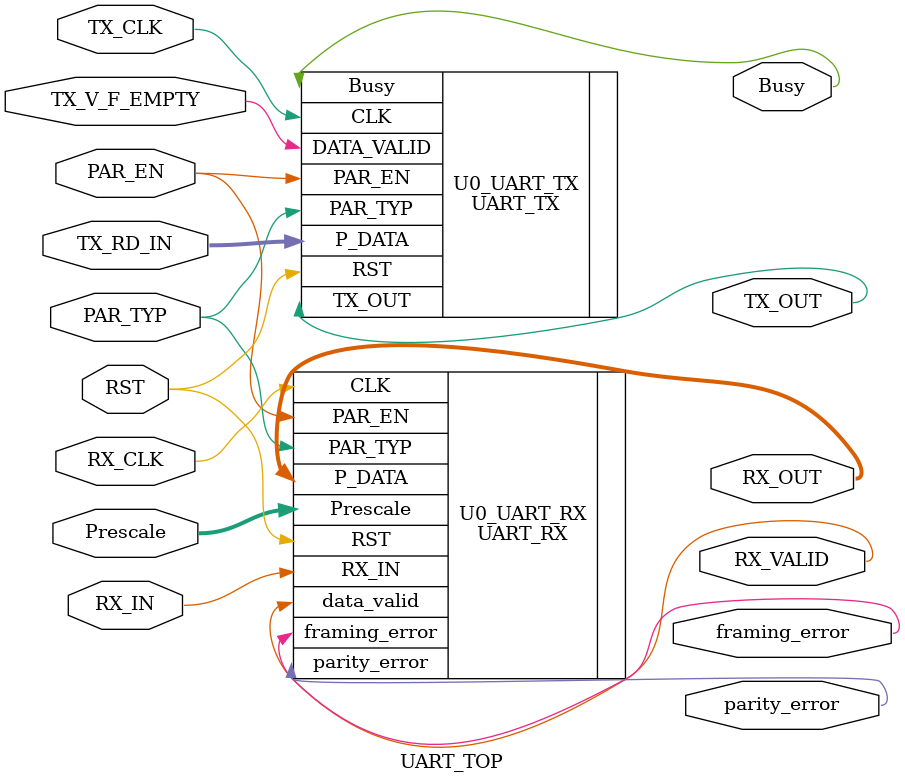
<source format=v>
module UART_TOP #(parameter DATA_WIDTH = 8)
(
  input                    RST,
  input                    RX_CLK,
  input                    RX_IN,
  input [5:0]              Prescale,
  input		               PAR_EN,
  input                    PAR_TYP,
  output [DATA_WIDTH-1:0]  RX_OUT,
  output                   RX_VALID,
  output                   parity_error,
  output                   framing_error,


  input                    TX_CLK,
  input  [DATA_WIDTH-1:0]  TX_RD_IN,
  input                    TX_V_F_EMPTY,
  output                   TX_OUT,
  output                   Busy
 	);


UART_TX U0_UART_TX(
 .P_DATA(TX_RD_IN),
 .DATA_VALID(TX_V_F_EMPTY),
 .PAR_EN(PAR_EN),
 .PAR_TYP(PAR_TYP),
 .CLK(TX_CLK),
 .RST(RST),
 .TX_OUT(TX_OUT),
 .Busy(Busy));





UART_RX U0_UART_RX(
 .RX_IN(RX_IN),
 .Prescale(Prescale),
 .PAR_EN(PAR_EN),
 .PAR_TYP(PAR_TYP),
 .CLK(RX_CLK),
 .RST(RST),
 .P_DATA(RX_OUT),
 .data_valid(RX_VALID),
 .parity_error(parity_error),
 .framing_error(framing_error));
endmodule
</source>
